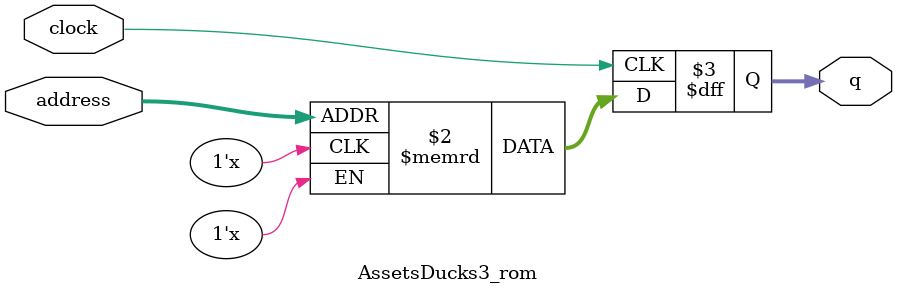
<source format=sv>
module AssetsDucks3_rom (
	input logic clock,
	input logic [11:0] address,
	output logic [3:0] q
);

logic [3:0] memory [0:4095] /* synthesis ram_init_file = "./AssetsDucks3/AssetsDucks3.mif" */;

always_ff @ (posedge clock) begin
	q <= memory[address];
end

endmodule

</source>
